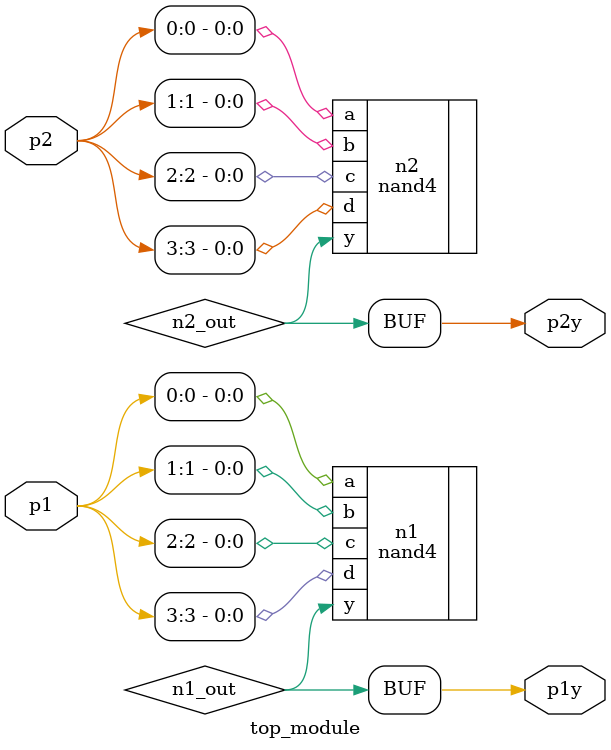
<source format=sv>
module top_module(
  input [7:0] p1,
  output p1y,
  input [7:0] p2,
  output p2y
);

  // Define internal wires for connecting gates
  wire n1_out;
  wire n2_out;

  // Instantiate two 4-input NAND gates
  nand4 n1(
    .a(p1[0]),
    .b(p1[1]),
    .c(p1[2]),
    .d(p1[3]),
    .y(n1_out)
  );

  nand4 n2(
    .a(p2[0]),
    .b(p2[1]),
    .c(p2[2]),
    .d(p2[3]),
    .y(n2_out)
  );

  // Output connections
  assign p1y = n1_out;
  assign p2y = n2_out;

endmodule

</source>
